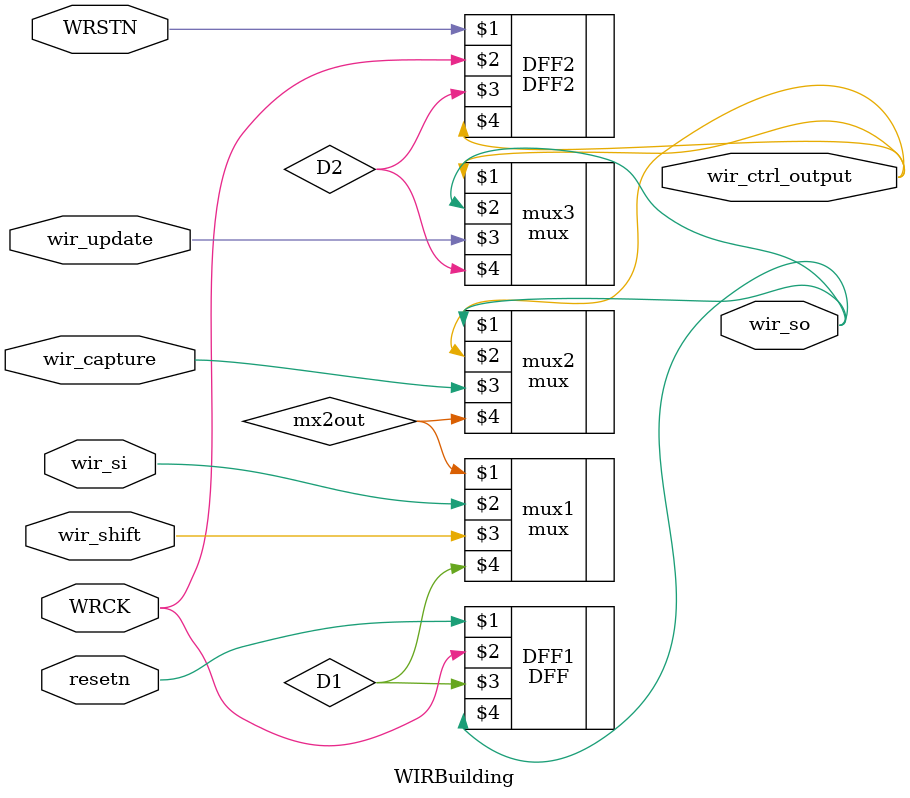
<source format=v>
module WIRBuilding(wir_si,wir_capture,wir_shift,wir_update,WRCK,resetn,WRSTN,wir_so,wir_ctrl_output);
input wir_si;
input wir_capture;
input wir_shift;
input wir_update;
input WRCK;
input resetn;
input WRSTN;
output wir_so;
output wir_ctrl_output;

wire wir_so;
wire wir_ctrl_output;
wire mx2out;
wire D1;
wire D2;


mux mux1 (mx2out,wir_si,wir_shift,D1);
mux mux2 (wir_so,wir_ctrl_output,wir_capture,mx2out);
mux mux3 (wir_ctrl_output,wir_so,wir_update,D2);
DFF DFF1(resetn,WRCK,D1,wir_so);
DFF2 DFF2(WRSTN,WRCK,D2,wir_ctrl_output);

endmodule
</source>
